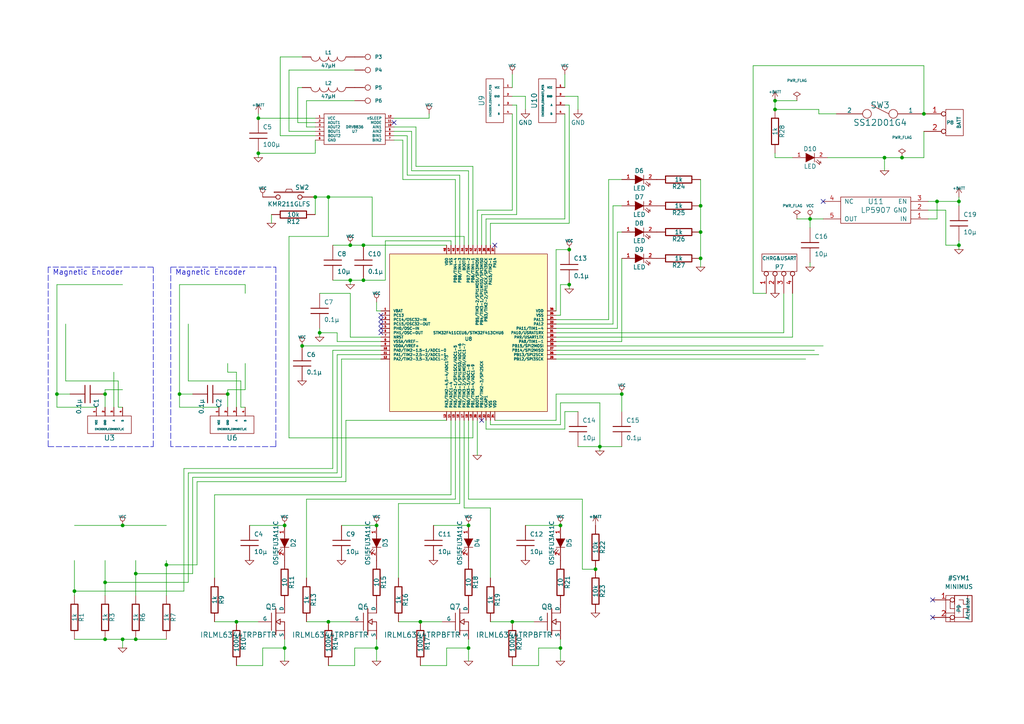
<source format=kicad_sch>
(kicad_sch (version 20231120) (generator "eeschema") (generator_version "8.0")
  (paper "A4")
  (junction (at 278.13 58.42))
  (junction (at 74.93 44.45))
  (junction (at 172.72 165.1))
  (junction (at 39.37 185.42))
  (junction (at 135.89 187.96))
  (junction (at 121.92 180.34))
  (junction (at 105.41 81.28))
  (junction (at 35.56 152.4))
  (junction (at 68.58 180.34))
  (junction (at 105.41 71.12))
  (junction (at 203.2 59.69))
  (junction (at 165.1 82.55))
  (junction (at 87.63 100.33))
  (junction (at 92.71 96.52))
  (junction (at 162.56 152.4))
  (junction (at 234.95 63.5))
  (junction (at 271.78 58.42))
  (junction (at 267.97 33.02))
  (junction (at 82.55 152.4))
  (junction (at 135.89 152.4))
  (junction (at 261.62 45.72))
  (junction (at 180.34 114.3))
  (junction (at 35.56 185.42))
  (junction (at 66.04 114.3))
  (junction (at 95.25 57.15))
  (junction (at 256.54 45.72))
  (junction (at 101.6 81.28))
  (junction (at 52.07 114.3))
  (junction (at 39.37 166.37))
  (junction (at 48.26 163.83))
  (junction (at 95.25 180.34))
  (junction (at 224.79 29.21))
  (junction (at 91.44 57.15))
  (junction (at 30.48 185.42))
  (junction (at 148.59 180.34))
  (junction (at 30.48 168.91))
  (junction (at 203.2 74.93))
  (junction (at 74.93 34.29))
  (junction (at 165.1 72.39))
  (junction (at 224.79 31.75))
  (junction (at 30.48 114.3))
  (junction (at 109.22 187.96))
  (junction (at 162.56 187.96))
  (junction (at 101.6 71.12))
  (junction (at 278.13 71.12))
  (junction (at 203.2 67.31))
  (junction (at 109.22 152.4))
  (junction (at 21.59 171.45))
  (junction (at 82.55 187.96))
  (junction (at 173.99 129.54))
  (junction (at 16.51 114.3))
  (no_connect (at 270.51 173.99))
  (no_connect (at 110.49 92.71))
  (no_connect (at 110.49 91.44))
  (no_connect (at 143.51 71.12))
  (no_connect (at 139.7 121.92))
  (no_connect (at 270.51 179.07))
  (no_connect (at 110.49 93.98))
  (no_connect (at 110.49 96.52))
  (no_connect (at 238.76 58.42))
  (no_connect (at 110.49 95.25))
  (no_connect (at 114.3 35.56))
  (wire (pts (xy 118.11 50.8) (xy 118.11 39.37)))
  (wire (pts (xy 95.25 180.34) (xy 101.6 180.34)))
  (wire (pts (xy 35.56 185.42) (xy 35.56 187.96)))
  (wire (pts (xy 161.29 114.3) (xy 180.34 114.3)))
  (wire (pts (xy 234.95 77.47) (xy 234.95 76.2)))
  (wire (pts (xy 74.93 45.72) (xy 74.93 44.45)))
  (wire (pts (xy 234.95 63.5) (xy 238.76 63.5)))
  (wire (pts (xy 91.44 36.83) (xy 88.9 36.83)))
  (wire (pts (xy 125.73 152.4) (xy 135.89 152.4)))
  (wire (pts (xy 137.16 127) (xy 83.82 127)))
  (wire (pts (xy 271.78 63.5) (xy 271.78 58.42)))
  (wire (pts (xy 162.56 187.96) (xy 162.56 191.77)))
  (wire (pts (xy 163.83 119.38) (xy 163.83 124.46)))
  (wire (pts (xy 269.24 58.42) (xy 271.78 58.42)))
  (wire (pts (xy 62.23 143.51) (xy 62.23 167.64)))
  (wire (pts (xy 269.24 63.5) (xy 271.78 63.5)))
  (wire (pts (xy 142.24 123.19) (xy 142.24 121.92)))
  (wire (pts (xy 173.99 129.54) (xy 180.34 129.54)))
  (wire (pts (xy 83.82 68.58) (xy 95.25 68.58)))
  (wire (pts (xy 133.35 146.05) (xy 115.57 146.05)))
  (wire (pts (xy 180.34 114.3) (xy 180.34 119.38)))
  (wire (pts (xy 149.86 30.48) (xy 149.86 62.23)))
  (wire (pts (xy 142.24 64.77) (xy 165.1 64.77)))
  (wire (pts (xy 66.04 114.3) (xy 66.04 118.11)))
  (wire (pts (xy 88.9 167.64) (xy 88.9 144.78)))
  (wire (pts (xy 132.08 52.07) (xy 132.08 71.12)))
  (wire (pts (xy 161.29 92.71) (xy 176.53 92.71)))
  (wire (pts (xy 142.24 167.64) (xy 142.24 147.32)))
  (wire (pts (xy 52.07 82.55) (xy 52.07 114.3)))
  (wire (pts (xy 16.51 82.55) (xy 35.56 82.55)))
  (wire (pts (xy 52.07 118.11) (xy 63.5 118.11)))
  (wire (pts (xy 168.91 165.1) (xy 172.72 165.1)))
  (wire (pts (xy 121.92 180.34) (xy 128.27 180.34)))
  (wire (pts (xy 99.06 152.4) (xy 109.22 152.4)))
  (wire (pts (xy 203.2 74.93) (xy 203.2 77.47)))
  (wire (pts (xy 173.99 116.84) (xy 162.56 116.84)))
  (wire (pts (xy 142.24 180.34) (xy 148.59 180.34)))
  (wire (pts (xy 142.24 147.32) (xy 134.62 147.32)))
  (wire (pts (xy 54.61 137.16) (xy 97.79 137.16)))
  (wire (pts (xy 54.61 168.91) (xy 54.61 137.16)))
  (wire (pts (xy 267.97 33.02) (xy 267.97 19.05)))
  (wire (pts (xy 224.79 29.21) (xy 224.79 31.75)))
  (wire (pts (xy 163.83 27.94) (xy 167.64 27.94)))
  (wire (pts (xy 278.13 57.15) (xy 278.13 58.42)))
  (wire (pts (xy 177.8 93.98) (xy 177.8 59.69)))
  (wire (pts (xy 256.54 45.72) (xy 261.62 45.72)))
  (wire (pts (xy 133.35 50.8) (xy 133.35 71.12)))
  (wire (pts (xy 91.44 44.45) (xy 91.44 40.64)))
  (wire (pts (xy 92.71 85.09) (xy 101.6 85.09)))
  (polyline (pts (xy 80.01 77.47) (xy 80.01 129.54)) (stroke (width 0) (type dash)))
  (wire (pts (xy 261.62 45.72) (xy 267.97 45.72)))
  (wire (pts (xy 129.54 193.04) (xy 121.92 193.04)))
  (wire (pts (xy 88.9 180.34) (xy 95.25 180.34)))
  (wire (pts (xy 138.43 60.96) (xy 148.59 60.96)))
  (wire (pts (xy 107.95 68.58) (xy 134.62 68.58)))
  (wire (pts (xy 116.84 52.07) (xy 132.08 52.07)))
  (wire (pts (xy 105.41 81.28) (xy 111.76 81.28)))
  (wire (pts (xy 163.83 124.46) (xy 140.97 124.46)))
  (wire (pts (xy 114.3 34.29) (xy 124.46 34.29)))
  (wire (pts (xy 120.65 48.26) (xy 137.16 48.26)))
  (wire (pts (xy 30.48 162.56) (xy 30.48 168.91)))
  (wire (pts (xy 233.68 104.14) (xy 161.29 104.14)))
  (wire (pts (xy 16.51 118.11) (xy 27.94 118.11)))
  (wire (pts (xy 203.2 52.07) (xy 203.2 59.69)))
  (wire (pts (xy 267.97 19.05) (xy 218.44 19.05)))
  (wire (pts (xy 101.6 81.28) (xy 101.6 82.55)))
  (wire (pts (xy 132.08 144.78) (xy 132.08 121.92)))
  (wire (pts (xy 148.59 30.48) (xy 149.86 30.48)))
  (wire (pts (xy 35.56 152.4) (xy 48.26 152.4)))
  (wire (pts (xy 120.65 48.26) (xy 120.65 36.83)))
  (wire (pts (xy 129.54 187.96) (xy 129.54 193.04)))
  (wire (pts (xy 149.86 62.23) (xy 139.7 62.23)))
  (wire (pts (xy 74.93 34.29) (xy 74.93 33.02)))
  (wire (pts (xy 177.8 59.69) (xy 180.34 59.69)))
  (wire (pts (xy 82.55 185.42) (xy 82.55 187.96)))
  (wire (pts (xy 140.97 63.5) (xy 140.97 71.12)))
  (wire (pts (xy 179.07 67.31) (xy 180.34 67.31)))
  (wire (pts (xy 82.55 187.96) (xy 76.2 187.96)))
  (wire (pts (xy 69.85 110.49) (xy 69.85 118.11)))
  (wire (pts (xy 238.76 100.33) (xy 161.29 100.33)))
  (wire (pts (xy 91.44 38.1) (xy 83.82 38.1)))
  (wire (pts (xy 278.13 69.85) (xy 278.13 71.12)))
  (wire (pts (xy 16.51 114.3) (xy 16.51 118.11)))
  (wire (pts (xy 118.11 50.8) (xy 133.35 50.8)))
  (wire (pts (xy 96.52 101.6) (xy 110.49 101.6)))
  (wire (pts (xy 57.15 139.7) (xy 57.15 163.83)))
  (wire (pts (xy 102.87 187.96) (xy 109.22 187.96)))
  (wire (pts (xy 30.48 168.91) (xy 30.48 172.72)))
  (wire (pts (xy 88.9 29.21) (xy 102.87 29.21)))
  (wire (pts (xy 111.76 81.28) (xy 111.76 69.85)))
  (wire (pts (xy 97.79 137.16) (xy 97.79 102.87)))
  (wire (pts (xy 163.83 63.5) (xy 163.83 33.02)))
  (wire (pts (xy 62.23 180.34) (xy 68.58 180.34)))
  (wire (pts (xy 101.6 81.28) (xy 105.41 81.28)))
  (wire (pts (xy 240.03 45.72) (xy 256.54 45.72)))
  (wire (pts (xy 52.07 114.3) (xy 52.07 118.11)))
  (wire (pts (xy 74.93 34.29) (xy 91.44 34.29)))
  (wire (pts (xy 111.76 69.85) (xy 130.81 69.85)))
  (polyline (pts (xy 13.97 129.54) (xy 44.45 129.54)) (stroke (width 0) (type dash)))
  (wire (pts (xy 135.89 49.53) (xy 119.38 49.53)))
  (wire (pts (xy 68.58 118.11) (xy 68.58 107.95)))
  (wire (pts (xy 97.79 99.06) (xy 97.79 96.52)))
  (wire (pts (xy 34.29 110.49) (xy 34.29 118.11)))
  (wire (pts (xy 130.81 69.85) (xy 130.81 71.12)))
  (wire (pts (xy 55.88 166.37) (xy 39.37 166.37)))
  (wire (pts (xy 71.12 82.55) (xy 71.12 85.09)))
  (wire (pts (xy 86.36 25.4) (xy 86.36 35.56)))
  (wire (pts (xy 21.59 162.56) (xy 21.59 171.45)))
  (polyline (pts (xy 13.97 77.47) (xy 13.97 129.54)) (stroke (width 0) (type dash)))
  (wire (pts (xy 110.49 90.17) (xy 109.22 90.17)))
  (wire (pts (xy 115.57 146.05) (xy 115.57 167.64)))
  (wire (pts (xy 48.26 162.56) (xy 48.26 163.83)))
  (wire (pts (xy 224.79 29.21) (xy 231.14 29.21)))
  (wire (pts (xy 116.84 52.07) (xy 116.84 40.64)))
  (wire (pts (xy 119.38 38.1) (xy 114.3 38.1)))
  (wire (pts (xy 148.59 180.34) (xy 154.94 180.34)))
  (wire (pts (xy 135.89 144.78) (xy 135.89 121.92)))
  (wire (pts (xy 278.13 71.12) (xy 278.13 72.39)))
  (wire (pts (xy 54.61 110.49) (xy 69.85 110.49)))
  (wire (pts (xy 101.6 85.09) (xy 101.6 97.79)))
  (polyline (pts (xy 80.01 129.54) (xy 49.53 129.54)) (stroke (width 0) (type dash)))
  (wire (pts (xy 162.56 82.55) (xy 162.56 91.44)))
  (wire (pts (xy 52.07 82.55) (xy 71.12 82.55)))
  (wire (pts (xy 124.46 34.29) (xy 124.46 33.02)))
  (wire (pts (xy 237.49 102.87) (xy 161.29 102.87)))
  (wire (pts (xy 138.43 121.92) (xy 138.43 132.08)))
  (wire (pts (xy 167.64 27.94) (xy 167.64 31.75)))
  (wire (pts (xy 176.53 92.71) (xy 176.53 52.07)))
  (wire (pts (xy 168.91 144.78) (xy 135.89 144.78)))
  (wire (pts (xy 148.59 60.96) (xy 148.59 33.02)))
  (wire (pts (xy 130.81 143.51) (xy 130.81 121.92)))
  (wire (pts (xy 163.83 21.59) (xy 163.83 25.4)))
  (wire (pts (xy 130.81 143.51) (xy 62.23 143.51)))
  (wire (pts (xy 142.24 64.77) (xy 142.24 71.12)))
  (wire (pts (xy 48.26 163.83) (xy 48.26 172.72)))
  (wire (pts (xy 83.82 38.1) (xy 83.82 20.32)))
  (wire (pts (xy 274.32 60.96) (xy 274.32 71.12)))
  (wire (pts (xy 162.56 185.42) (xy 162.56 187.96)))
  (wire (pts (xy 96.52 71.12) (xy 101.6 71.12)))
  (wire (pts (xy 55.88 114.3) (xy 52.07 114.3)))
  (wire (pts (xy 120.65 36.83) (xy 114.3 36.83)))
  (wire (pts (xy 234.95 66.04) (xy 234.95 63.5)))
  (wire (pts (xy 30.48 185.42) (xy 35.56 185.42)))
  (wire (pts (xy 21.59 185.42) (xy 30.48 185.42)))
  (wire (pts (xy 218.44 19.05) (xy 218.44 85.09)))
  (wire (pts (xy 179.07 95.25) (xy 179.07 67.31)))
  (wire (pts (xy 152.4 27.94) (xy 152.4 31.75)))
  (wire (pts (xy 140.97 124.46) (xy 140.97 121.92)))
  (wire (pts (xy 83.82 127) (xy 83.82 68.58)))
  (wire (pts (xy 39.37 166.37) (xy 39.37 172.72)))
  (wire (pts (xy 20.32 114.3) (xy 16.51 114.3)))
  (wire (pts (xy 161.29 72.39) (xy 165.1 72.39)))
  (wire (pts (xy 30.48 114.3) (xy 30.48 118.11)))
  (wire (pts (xy 97.79 96.52) (xy 92.71 96.52)))
  (wire (pts (xy 165.1 64.77) (xy 165.1 30.48)))
  (wire (pts (xy 55.88 138.43) (xy 55.88 166.37)))
  (polyline (pts (xy 49.53 77.47) (xy 80.01 77.47)) (stroke (width 0) (type dash)))
  (wire (pts (xy 88.9 36.83) (xy 88.9 29.21)))
  (wire (pts (xy 83.82 20.32) (xy 102.87 20.32)))
  (wire (pts (xy 278.13 58.42) (xy 278.13 59.69)))
  (wire (pts (xy 53.34 135.89) (xy 53.34 171.45)))
  (wire (pts (xy 135.89 187.96) (xy 129.54 187.96)))
  (wire (pts (xy 135.89 185.42) (xy 135.89 187.96)))
  (wire (pts (xy 76.2 187.96) (xy 76.2 193.04)))
  (wire (pts (xy 30.48 168.91) (xy 54.61 168.91)))
  (wire (pts (xy 115.57 180.34) (xy 121.92 180.34)))
  (wire (pts (xy 66.04 107.95) (xy 66.04 105.41)))
  (wire (pts (xy 137.16 48.26) (xy 137.16 71.12)))
  (wire (pts (xy 152.4 152.4) (xy 162.56 152.4)))
  (wire (pts (xy 39.37 162.56) (xy 39.37 166.37)))
  (wire (pts (xy 167.64 129.54) (xy 173.99 129.54)))
  (wire (pts (xy 167.64 119.38) (xy 163.83 119.38)))
  (wire (pts (xy 162.56 116.84) (xy 162.56 123.19)))
  (wire (pts (xy 33.02 118.11) (xy 33.02 107.95)))
  (wire (pts (xy 81.28 16.51) (xy 87.63 16.51)))
  (wire (pts (xy 135.89 187.96) (xy 135.89 191.77)))
  (wire (pts (xy 96.52 135.89) (xy 96.52 101.6)))
  (wire (pts (xy 19.05 93.98) (xy 19.05 110.49)))
  (wire (pts (xy 165.1 82.55) (xy 165.1 83.82)))
  (wire (pts (xy 78.74 62.23) (xy 78.74 64.77)))
  (wire (pts (xy 227.33 85.09) (xy 227.33 96.52)))
  (wire (pts (xy 68.58 107.95) (xy 66.04 107.95)))
  (wire (pts (xy 91.44 39.37) (xy 81.28 39.37)))
  (wire (pts (xy 81.28 39.37) (xy 81.28 16.51)))
  (wire (pts (xy 237.49 31.75) (xy 237.49 33.02)))
  (wire (pts (xy 92.71 95.25) (xy 92.71 96.52)))
  (wire (pts (xy 134.62 147.32) (xy 134.62 121.92)))
  (wire (pts (xy 148.59 27.94) (xy 152.4 27.94)))
  (wire (pts (xy 100.33 139.7) (xy 100.33 121.92)))
  (wire (pts (xy 19.05 110.49) (xy 34.29 110.49)))
  (wire (pts (xy 271.78 58.42) (xy 278.13 58.42)))
  (wire (pts (xy 21.59 171.45) (xy 21.59 172.72)))
  (wire (pts (xy 99.06 104.14) (xy 110.49 104.14)))
  (wire (pts (xy 101.6 71.12) (xy 105.41 71.12)))
  (wire (pts (xy 91.44 57.15) (xy 91.44 62.23)))
  (wire (pts (xy 133.35 121.92) (xy 133.35 146.05)))
  (wire (pts (xy 156.21 193.04) (xy 148.59 193.04)))
  (wire (pts (xy 102.87 193.04) (xy 95.25 193.04)))
  (wire (pts (xy 55.88 138.43) (xy 99.06 138.43)))
  (wire (pts (xy 156.21 187.96) (xy 156.21 193.04)))
  (wire (pts (xy 173.99 116.84) (xy 173.99 129.54)))
  (wire (pts (xy 161.29 95.25) (xy 179.07 95.25)))
  (wire (pts (xy 105.41 71.12) (xy 129.54 71.12)))
  (wire (pts (xy 156.21 187.96) (xy 162.56 187.96)))
  (wire (pts (xy 180.34 99.06) (xy 161.29 99.06)))
  (wire (pts (xy 173.99 129.54) (xy 173.99 130.81)))
  (wire (pts (xy 256.54 45.72) (xy 256.54 49.53)))
  (wire (pts (xy 95.25 57.15) (xy 107.95 57.15)))
  (wire (pts (xy 227.33 96.52) (xy 161.29 96.52)))
  (polyline (pts (xy 49.53 129.54) (xy 49.53 77.47)) (stroke (width 0) (type dash)))
  (wire (pts (xy 161.29 93.98) (xy 177.8 93.98)))
  (wire (pts (xy 269.24 60.96) (xy 274.32 60.96)))
  (wire (pts (xy 97.79 99.06) (xy 110.49 99.06)))
  (wire (pts (xy 99.06 138.43) (xy 99.06 104.14)))
  (wire (pts (xy 231.14 63.5) (xy 234.95 63.5)))
  (wire (pts (xy 118.11 39.37) (xy 114.3 39.37)))
  (wire (pts (xy 135.89 71.12) (xy 135.89 49.53)))
  (wire (pts (xy 237.49 33.02) (xy 242.57 33.02)))
  (wire (pts (xy 224.79 44.45) (xy 224.79 45.72)))
  (wire (pts (xy 100.33 121.92) (xy 129.54 121.92)))
  (wire (pts (xy 54.61 93.98) (xy 54.61 110.49)))
  (wire (pts (xy 35.56 185.42) (xy 39.37 185.42)))
  (wire (pts (xy 109.22 185.42) (xy 109.22 187.96)))
  (wire (pts (xy 68.58 180.34) (xy 74.93 180.34)))
  (wire (pts (xy 161.29 97.79) (xy 229.87 97.79)))
  (wire (pts (xy 101.6 97.79) (xy 110.49 97.79)))
  (wire (pts (xy 236.22 101.6) (xy 161.29 101.6)))
  (wire (pts (xy 71.12 113.03) (xy 66.04 113.03)))
  (wire (pts (xy 218.44 85.09) (xy 222.25 85.09)))
  (wire (pts (xy 82.55 187.96) (xy 82.55 191.77)))
  (wire (pts (xy 72.39 152.4) (xy 82.55 152.4)))
  (wire (pts (xy 140.97 63.5) (xy 163.83 63.5)))
  (wire (pts (xy 161.29 121.92) (xy 161.29 114.3)))
  (wire (pts (xy 16.51 82.55) (xy 16.51 114.3)))
  (wire (pts (xy 224.79 31.75) (xy 237.49 31.75)))
  (wire (pts (xy 229.87 97.79) (xy 229.87 85.09)))
  (wire (pts (xy 162.56 123.19) (xy 142.24 123.19)))
  (wire (pts (xy 110.49 100.33) (xy 87.63 100.33)))
  (wire (pts (xy 224.79 45.72) (xy 229.87 45.72)))
  (wire (pts (xy 53.34 171.45) (xy 21.59 171.45)))
  (wire (pts (xy 274.32 71.12) (xy 278.13 71.12)))
  (wire (pts (xy 21.59 152.4) (xy 35.56 152.4)))
  (wire (pts (xy 109.22 90.17) (xy 109.22 87.63)))
  (wire (pts (xy 107.95 57.15) (xy 107.95 68.58)))
  (wire (pts (xy 95.25 57.15) (xy 95.25 68.58)))
  (wire (pts (xy 203.2 67.31) (xy 203.2 74.93)))
  (wire (pts (xy 102.87 187.96) (xy 102.87 193.04)))
  (wire (pts (xy 30.48 113.03) (xy 30.48 114.3)))
  (wire (pts (xy 180.34 74.93) (xy 180.34 99.06)))
  (wire (pts (xy 92.71 96.52) (xy 92.71 97.79)))
  (wire (pts (xy 66.04 113.03) (xy 66.04 114.3)))
  (wire (pts (xy 69.85 118.11) (xy 71.12 118.11)))
  (wire (pts (xy 109.22 187.96) (xy 109.22 191.77)))
  (wire (pts (xy 134.62 68.58) (xy 134.62 71.12)))
  (wire (pts (xy 39.37 185.42) (xy 48.26 185.42)))
  (wire (pts (xy 34.29 118.11) (xy 35.56 118.11)))
  (wire (pts (xy 116.84 40.64) (xy 114.3 40.64)))
  (wire (pts (xy 91.44 57.15) (xy 95.25 57.15)))
  (wire (pts (xy 74.93 44.45) (xy 91.44 44.45)))
  (wire (pts (xy 168.91 165.1) (xy 168.91 144.78)))
  (wire (pts (xy 87.63 25.4) (xy 86.36 25.4)))
  (wire (pts (xy 97.79 102.87) (xy 110.49 102.87)))
  (wire (pts (xy 71.12 105.41) (xy 71.12 113.03)))
  (wire (pts (xy 203.2 59.69) (xy 203.2 67.31)))
  (wire (pts (xy 57.15 163.83) (xy 48.26 163.83)))
  (polyline (pts (xy 44.45 77.47) (xy 13.97 77.47)) (stroke (width 0) (type dash)))
  (wire (pts (xy 161.29 90.17) (xy 161.29 72.39)))
  (wire (pts (xy 86.36 35.56) (xy 91.44 35.56)))
  (wire (pts (xy 137.16 127) (xy 137.16 121.92)))
  (wire (pts (xy 76.2 193.04) (xy 68.58 193.04)))
  (wire (pts (xy 88.9 144.78) (xy 132.08 144.78)))
  (wire (pts (xy 57.15 139.7) (xy 100.33 139.7)))
  (wire (pts (xy 162.56 82.55) (xy 165.1 82.55)))
  (wire (pts (xy 53.34 135.89) (xy 96.52 135.89)))
  (wire (pts (xy 148.59 21.59) (xy 148.59 25.4)))
  (wire (pts (xy 267.97 45.72) (xy 267.97 38.1)))
  (wire (pts (xy 35.56 113.03) (xy 30.48 113.03)))
  (wire (pts (xy 165.1 30.48) (xy 163.83 30.48)))
  (wire (pts (xy 96.52 81.28) (xy 101.6 81.28)))
  (wire (pts (xy 162.56 91.44) (xy 161.29 91.44)))
  (wire (pts (xy 139.7 71.12) (xy 139.7 62.23)))
  (polyline (pts (xy 44.45 129.54) (xy 44.45 77.47)) (stroke (width 0) (type dash)))
  (wire (pts (xy 176.53 52.07) (xy 180.34 52.07)))
  (wire (pts (xy 119.38 49.53) (xy 119.38 38.1)))
  (wire (pts (xy 143.51 121.92) (xy 161.29 121.92)))
  (wire (pts (xy 138.43 60.96) (xy 138.43 71.12)))
  (text "Magnetic Encoder" (at 50.8 80.01 0) (effects (font (size 1.524 1.524)) (justify left bottom)))
  (text "Magnetic Encoder" (at 15.24 80.01 0) (effects (font (size 1.524 1.524)) (justify left bottom)))
  (symbol (lib_id "Zirconia-rescue:R-RESCUE-Fantom") (at 21.59 179.07 0) (unit 1)
    (property "Reference" "R1" (at 23.622 179.07 90))
    (property "Value" "1k" (at 21.59 179.07 90))
    (property "Footprint" "Zirconia:chip1608" (effects (hide yes)))
  )
  (symbol (lib_id "Zirconia-rescue:GND-RESCUE-Fantom") (at 78.74 64.77 0) (unit 1)
    (property "Reference" "#PWR7" (effects (hide yes)))
    (property "Value" "GND" (effects (hide yes)))
  )
  (symbol (lib_id "Zirconia-rescue:R-RESCUE-Fantom") (at 95.25 186.69 0) (unit 1)
    (property "Reference" "R14" (at 97.282 186.69 90))
    (property "Value" "100k" (at 95.25 186.69 90))
    (property "Footprint" "Zirconia:chip1608" (effects (hide yes)))
  )
  (symbol (lib_id "Zirconia-rescue:GND-RESCUE-Fantom") (at 74.93 45.72 0) (unit 1)
    (property "Reference" "#PWR5" (effects (hide yes)))
    (property "Value" "GND" (effects (hide yes)))
  )
  (symbol (lib_id "Zirconia-rescue:GND-RESCUE-Fantom") (at 278.13 72.39 0) (unit 1)
    (property "Reference" "#PWR50" (effects (hide yes)))
    (property "Value" "GND" (effects (hide yes)))
  )
  (symbol (lib_id "Zirconia-rescue:LED-RESCUE-Fantom") (at 185.42 52.07 0) (unit 1)
    (property "Reference" "D6" (at 185.42 49.53 0))
    (property "Value" "LED" (at 185.42 54.61 0))
    (property "Footprint" "Zirconia:chip1608" (effects (hide yes)))
  )
  (symbol (lib_id "Zirconia-rescue:C-RESCUE-Fantom") (at 87.63 105.41 0) (unit 1)
    (property "Reference" "C6" (at 88.9 102.87 0) (effects (justify left)))
    (property "Value" "0.1μ" (at 88.9 107.95 0) (effects (justify left)))
    (property "Footprint" "Zirconia:chip1608" (effects (hide yes)))
  )
  (symbol (lib_id "Zirconia-rescue:VCC") (at 165.1 72.39 0) (unit 1)
    (property "Reference" "#PWR30" (effects (hide yes)))
    (property "Value" "VCC" (at 165.1 69.85 0) (effects (font (size 0.762 0.762))))
  )
  (symbol (lib_id "Zirconia-rescue:GND-RESCUE-Fantom") (at 92.71 97.79 0) (unit 1)
    (property "Reference" "#PWR12" (effects (hide yes)))
    (property "Value" "GND" (effects (hide yes)))
  )
  (symbol (lib_id "Zirconia-rescue:GND-RESCUE-Fantom") (at 224.79 85.09 0) (unit 1)
    (property "Reference" "#PWR39" (effects (hide yes)))
    (property "Value" "GND" (effects (hide yes)))
  )
  (symbol (lib_id "Zirconia-rescue:GND-RESCUE-Fantom") (at 256.54 49.53 0) (mirror y) (unit 1)
    (property "Reference" "#PWR44" (effects (hide yes)))
    (property "Value" "GND" (effects (hide yes)))
  )
  (symbol (lib_id "Zirconia-rescue:PWR_FLAG") (at 231.14 63.5 0) (unit 1)
    (property "Reference" "#FLG2" (effects (hide yes)))
    (property "Value" "PWR_FLAG" (at 229.87 59.69 0) (effects (font (size 0.762 0.762))))
  )
  (symbol (lib_id "Zirconia-rescue:R-RESCUE-Fantom") (at 142.24 173.99 0) (unit 1)
    (property "Reference" "R19" (at 144.272 173.99 90))
    (property "Value" "1k" (at 142.24 173.99 90))
    (property "Footprint" "Zirconia:chip1608" (effects (hide yes)))
  )
  (symbol (lib_id "Zirconia-rescue:C-RESCUE-Fantom") (at 278.13 64.77 0) (unit 1)
    (property "Reference" "C19" (at 279.4 62.23 0) (effects (justify left)))
    (property "Value" "10μ" (at 279.4 67.31 0) (effects (justify left)))
    (property "Footprint" "Zirconia:chip1608" (effects (hide yes)))
  )
  (symbol (lib_id "Zirconia-rescue:R-RESCUE-Fantom") (at 39.37 179.07 0) (unit 1)
    (property "Reference" "R6" (at 41.402 179.07 90))
    (property "Value" "1k" (at 39.37 179.07 90))
    (property "Footprint" "Zirconia:chip1608" (effects (hide yes)))
  )
  (symbol (lib_id "Zirconia-rescue:INDUCTOR") (at 95.25 16.51 270) (unit 1)
    (property "Reference" "L1" (at 95.25 15.24 90) (effects (font (size 1.016 1.016))))
    (property "Value" "47μH" (at 95.25 19.05 90) (effects (font (size 1.016 1.016))))
    (property "Footprint" "Zirconia:Inductor" (effects (hide yes)))
  )
  (symbol (lib_id "Zirconia-rescue:SPST") (at 255.27 33.02 0) (mirror y) (unit 1)
    (property "Reference" "SW3" (at 255.27 30.48 0) (effects (font (size 1.778 1.778))))
    (property "Value" "SS12D01G4" (at 255.27 35.56 0) (effects (font (size 1.778 1.778))))
    (property "Footprint" "Zirconia:SS12D01G4" (effects (hide yes)))
  )
  (symbol (lib_id "Zirconia-rescue:GND-RESCUE-Fantom") (at 138.43 132.08 0) (unit 1)
    (property "Reference" "#PWR23" (effects (hide yes)))
    (property "Value" "GND" (effects (hide yes)))
  )
  (symbol (lib_id "Zirconia-rescue:GND-RESCUE-Fantom") (at 72.39 162.56 0) (unit 1)
    (property "Reference" "#PWR3" (effects (hide yes)))
    (property "Value" "GND" (effects (hide yes)))
  )
  (symbol (lib_id "Zirconia-rescue:VCC") (at 135.89 152.4 0) (unit 1)
    (property "Reference" "#PWR21" (effects (hide yes)))
    (property "Value" "VCC" (at 135.89 149.86 0) (effects (font (size 0.762 0.762))))
  )
  (symbol (lib_id "Zirconia-rescue:VCC") (at 76.2 57.15 0) (unit 1)
    (property "Reference" "#PWR6" (effects (hide yes)))
    (property "Value" "VCC" (at 76.2 54.61 0) (effects (font (size 0.762 0.762))))
  )
  (symbol (lib_id "Zirconia-rescue:GND-RESCUE-Fantom") (at 172.72 177.8 0) (unit 1)
    (property "Reference" "#PWR34" (effects (hide yes)))
    (property "Value" "GND" (effects (hide yes)))
  )
  (symbol (lib_id "Zirconia-rescue:GND") (at 167.64 31.75 0) (unit 1)
    (property "Reference" "#PWR32" (effects (hide yes)))
    (property "Value" "GND" (at 167.64 35.56 0))
  )
  (symbol (lib_id "Zirconia-rescue:MOSFET_N") (at 106.68 180.34 0) (unit 1)
    (property "Reference" "Q6" (at 106.934 176.022 0) (effects (font (size 1.524 1.524)) (justify right)))
    (property "Value" "IRLML6344TRPBFTR" (at 106.934 184.15 0) (effects (font (size 1.524 1.524)) (justify right)))
    (property "Footprint" "Zirconia:IRLML6344TRPbF" (effects (hide yes)))
  )
  (symbol (lib_id "Zirconia-rescue:GND-RESCUE-Fantom") (at 87.63 110.49 0) (unit 1)
    (property "Reference" "#PWR11" (effects (hide yes)))
    (property "Value" "GND" (effects (hide yes)))
  )
  (symbol (lib_id "Zirconia-rescue:C-RESCUE-Fantom") (at 72.39 157.48 0) (unit 1)
    (property "Reference" "C4" (at 73.66 154.94 0) (effects (justify left)))
    (property "Value" "10μ" (at 73.66 160.02 0) (effects (justify left)))
    (property "Footprint" "Zirconia:chip1608" (effects (hide yes)))
  )
  (symbol (lib_id "Zirconia-rescue:LP5907") (at 254 60.96 180) (unit 1)
    (property "Reference" "U11" (at 254 58.42 0) (effects (font (size 1.524 1.524))))
    (property "Value" "LP5907" (at 254 60.96 0) (effects (font (size 1.524 1.524))))
    (property "Footprint" "Zirconia:SOT23" (effects (hide yes)))
  )
  (symbol (lib_id "Zirconia-rescue:VCC") (at 101.6 71.12 0) (unit 1)
    (property "Reference" "#PWR14" (effects (hide yes)))
    (property "Value" "VCC" (at 101.6 68.58 0) (effects (font (size 0.762 0.762))))
  )
  (symbol (lib_id "Zirconia-rescue:R-RESCUE-Fantom") (at 88.9 173.99 0) (unit 1)
    (property "Reference" "R13" (at 90.932 173.99 90))
    (property "Value" "1k" (at 88.9 173.99 90))
    (property "Footprint" "Zirconia:chip1608" (effects (hide yes)))
  )
  (symbol (lib_id "Zirconia-rescue:R-RESCUE-Fantom") (at 148.59 186.69 0) (unit 1)
    (property "Reference" "R20" (at 150.622 186.69 90))
    (property "Value" "100k" (at 148.59 186.69 90))
    (property "Footprint" "Zirconia:chip1608" (effects (hide yes)))
  )
  (symbol (lib_id "Zirconia-rescue:C-RESCUE-Fantom") (at 92.71 90.17 0) (unit 1)
    (property "Reference" "C7" (at 93.98 87.63 0) (effects (justify left)))
    (property "Value" "0.1μ" (at 93.98 92.71 0) (effects (justify left)))
    (property "Footprint" "Zirconia:chip1608" (effects (hide yes)))
  )
  (symbol (lib_id "Zirconia-rescue:VCC") (at 124.46 33.02 0) (unit 1)
    (property "Reference" "#PWR19" (effects (hide yes)))
    (property "Value" "VCC" (at 124.46 30.48 0) (effects (font (size 0.762 0.762))))
  )
  (symbol (lib_id "Zirconia-rescue:C-RESCUE-Fantom") (at 25.4 114.3 270) (unit 1)
    (property "Reference" "C1" (at 27.94 115.57 0) (effects (justify left)))
    (property "Value" "0.1μ" (at 22.86 115.57 0) (effects (justify left)))
    (property "Footprint" "Zirconia:chip1608" (effects (hide yes)))
  )
  (symbol (lib_id "Zirconia-rescue:R-RESCUE-Fantom") (at 48.26 179.07 0) (unit 1)
    (property "Reference" "R7" (at 50.292 179.07 90))
    (property "Value" "1k" (at 48.26 179.07 90))
    (property "Footprint" "Zirconia:chip1608" (effects (hide yes)))
  )
  (symbol (lib_id "Zirconia-rescue:GND-RESCUE-Fantom") (at 135.89 191.77 0) (unit 1)
    (property "Reference" "#PWR22" (effects (hide yes)))
    (property "Value" "GND" (effects (hide yes)))
  )
  (symbol (lib_id "Zirconia-rescue:C-RESCUE-Fantom") (at 60.96 114.3 270) (unit 1)
    (property "Reference" "C2" (at 63.5 115.57 0) (effects (justify left)))
    (property "Value" "0.1μ" (at 58.42 115.57 0) (effects (justify left)))
    (property "Footprint" "Zirconia:chip1608" (effects (hide yes)))
  )
  (symbol (lib_id "Zirconia-rescue:C-RESCUE-Fantom") (at 125.73 157.48 0) (unit 1)
    (property "Reference" "C11" (at 127 154.94 0) (effects (justify left)))
    (property "Value" "10μ" (at 127 160.02 0) (effects (justify left)))
    (property "Footprint" "Zirconia:chip1608" (effects (hide yes)))
  )
  (symbol (lib_id "Zirconia-rescue:R-RESCUE-Fantom") (at 224.79 38.1 0) (mirror x) (unit 1)
    (property "Reference" "R28" (at 226.822 38.1 90))
    (property "Value" "1k" (at 224.79 38.1 90))
    (property "Footprint" "Zirconia:chip1608" (effects (hide yes)))
  )
  (symbol (lib_id "Zirconia-rescue:C-RESCUE-Fantom") (at 96.52 76.2 0) (unit 1)
    (property "Reference" "C8" (at 97.79 73.66 0) (effects (justify left)))
    (property "Value" "10μ" (at 97.79 78.74 0) (effects (justify left)))
    (property "Footprint" "Zirconia:chip1608" (effects (hide yes)))
  )
  (symbol (lib_id "Zirconia-rescue:VCC") (at 82.55 152.4 0) (unit 1)
    (property "Reference" "#PWR8" (effects (hide yes)))
    (property "Value" "VCC" (at 82.55 149.86 0) (effects (font (size 0.762 0.762))))
  )
  (symbol (lib_id "Zirconia-rescue:R-RESCUE-Fantom") (at 121.92 186.69 0) (unit 1)
    (property "Reference" "R17" (at 123.952 186.69 90))
    (property "Value" "100k" (at 121.92 186.69 90))
    (property "Footprint" "Zirconia:chip1608" (effects (hide yes)))
  )
  (symbol (lib_id "Zirconia-rescue:CONN_4") (at 226.06 76.2 90) (unit 1)
    (property "Reference" "P7" (at 226.06 77.47 90))
    (property "Value" "CHRG&USART" (at 226.06 74.93 90) (effects (font (size 0.9906 0.9906))))
    (property "Footprint" "Zirconia:SH_4pin" (effects (hide yes)))
  )
  (symbol (lib_id "Zirconia-rescue:INDUCTOR") (at 95.25 25.4 270) (unit 1)
    (property "Reference" "L2" (at 95.25 24.13 90) (effects (font (size 1.016 1.016))))
    (property "Value" "47μH" (at 95.25 27.94 90) (effects (font (size 1.016 1.016))))
    (property "Footprint" "Zirconia:Inductor" (effects (hide yes)))
  )
  (symbol (lib_id "Zirconia-rescue:+BATT") (at 224.79 29.21 0) (unit 1)
    (property "Reference" "#PWR38" (effects (hide yes)))
    (property "Value" "+BATT" (at 224.79 26.67 0) (effects (font (size 0.762 0.762))))
  )
  (symbol (lib_id "Zirconia-rescue:CONN_2") (at 279.4 176.53 0) (unit 1)
    (property "Reference" "P9" (at 278.13 176.53 90) (effects (font (size 1.016 1.016))))
    (property "Value" "Actuator" (at 280.67 176.53 90) (effects (font (size 1.016 1.016))))
    (property "Footprint" "Zirconia:Mot_mount" (effects (hide yes)))
  )
  (symbol (lib_id "Zirconia-rescue:LED-RESCUE-Fantom") (at 82.55 157.48 270) (unit 1)
    (property "Reference" "D2" (at 85.09 157.48 0))
    (property "Value" "OSI5FU3A11C" (at 80.01 157.48 0))
    (property "Footprint" "Zirconia:OSI5FU3A11C" (effects (hide yes)))
  )
  (symbol (lib_id "Zirconia-rescue:GND-RESCUE-Fantom") (at 162.56 191.77 0) (unit 1)
    (property "Reference" "#PWR28" (effects (hide yes)))
    (property "Value" "GND" (effects (hide yes)))
  )
  (symbol (lib_id "Zirconia-rescue:C-RESCUE-Fantom") (at 74.93 39.37 0) (unit 1)
    (property "Reference" "C5" (at 76.2 36.83 0) (effects (justify left)))
    (property "Value" "100μ" (at 76.2 41.91 0) (effects (justify left)))
    (property "Footprint" "Zirconia:chip3216" (effects (hide yes)))
  )
  (symbol (lib_id "Zirconia-rescue:+BATT") (at 278.13 57.15 0) (unit 1)
    (property "Reference" "#PWR49" (effects (hide yes)))
    (property "Value" "+BATT" (at 278.13 54.61 0) (effects (font (size 0.762 0.762))))
  )
  (symbol (lib_id "Zirconia-rescue:VCC") (at 87.63 100.33 0) (unit 1)
    (property "Reference" "#PWR10" (effects (hide yes)))
    (property "Value" "VCC" (at 87.63 97.79 0) (effects (font (size 0.762 0.762))))
  )
  (symbol (lib_id "Zirconia-rescue:R-RESCUE-Fantom") (at 196.85 52.07 270) (unit 1)
    (property "Reference" "R24" (at 196.85 54.102 90))
    (property "Value" "1k" (at 196.85 52.07 90))
    (property "Footprint" "Zirconia:chip1608" (effects (hide yes)))
  )
  (symbol (lib_id "Zirconia-rescue:R-RESCUE-Fantom") (at 109.22 168.91 0) (unit 1)
    (property "Reference" "R15" (at 111.252 168.91 90))
    (property "Value" "10" (at 109.22 168.91 90))
    (property "Footprint" "Zirconia:chip1608" (effects (hide yes)))
  )
  (symbol (lib_id "Zirconia-rescue:C-RESCUE-Fantom") (at 234.95 71.12 0) (unit 1)
    (property "Reference" "C16" (at 236.22 68.58 0) (effects (justify left)))
    (property "Value" "10μ" (at 236.22 73.66 0) (effects (justify left)))
    (property "Footprint" "Zirconia:chip1608" (effects (hide yes)))
  )
  (symbol (lib_id "Zirconia-rescue:LED-RESCUE-Fantom") (at 109.22 157.48 270) (unit 1)
    (property "Reference" "D3" (at 111.76 157.48 0))
    (property "Value" "OSI5FU3A11C" (at 106.68 157.48 0))
    (property "Footprint" "Zirconia:OSI5FU3A11C" (effects (hide yes)))
  )
  (symbol (lib_id "Zirconia-rescue:VCC") (at 35.56 152.4 0) (unit 1)
    (property "Reference" "#PWR1" (effects (hide yes)))
    (property "Value" "VCC" (at 35.56 149.86 0) (effects (font (size 0.762 0.762))))
  )
  (symbol (lib_id "Zirconia-rescue:VCC") (at 109.22 152.4 0) (unit 1)
    (property "Reference" "#PWR17" (effects (hide yes)))
    (property "Value" "VCC" (at 109.22 149.86 0) (effects (font (size 0.762 0.762))))
  )
  (symbol (lib_id "Zirconia-rescue:C-RESCUE-Fantom") (at 99.06 157.48 0) (unit 1)
    (property "Reference" "C9" (at 100.33 154.94 0) (effects (justify left)))
    (property "Value" "10μ" (at 100.33 160.02 0) (effects (justify left)))
    (property "Footprint" "Zirconia:chip1608" (effects (hide yes)))
  )
  (symbol (lib_id "Zirconia-rescue:LED-RESCUE-Fantom") (at 234.95 45.72 0) (unit 1)
    (property "Reference" "D10" (at 234.95 43.18 0))
    (property "Value" "LED" (at 234.95 48.26 0))
    (property "Footprint" "Zirconia:chip1608" (effects (hide yes)))
  )
  (symbol (lib_id "Zirconia-rescue:LED-RESCUE-Fantom") (at 185.42 59.69 0) (unit 1)
    (property "Reference" "D7" (at 185.42 57.15 0))
    (property "Value" "LED" (at 185.42 62.23 0))
    (property "Footprint" "Zirconia:chip1608" (effects (hide yes)))
  )
  (symbol (lib_id "Zirconia-rescue:VCC") (at 163.83 21.59 0) (unit 1)
    (property "Reference" "#PWR29" (effects (hide yes)))
    (property "Value" "VCC" (at 163.83 19.05 0) (effects (font (size 0.762 0.762))))
  )
  (symbol (lib_id "Zirconia-rescue:C-RESCUE-Fantom") (at 152.4 157.48 0) (unit 1)
    (property "Reference" "C12" (at 153.67 154.94 0) (effects (justify left)))
    (property "Value" "10μ" (at 153.67 160.02 0) (effects (justify left)))
    (property "Footprint" "Zirconia:chip1608" (effects (hide yes)))
  )
  (symbol (lib_id "Zirconia-rescue:R-RESCUE-Fantom") (at 196.85 74.93 270) (unit 1)
    (property "Reference" "R27" (at 196.85 76.962 90))
    (property "Value" "1k" (at 196.85 74.93 90))
    (property "Footprint" "Zirconia:chip1608" (effects (hide yes)))
  )
  (symbol (lib_id "Zirconia-rescue:LED-RESCUE-Fantom") (at 135.89 157.48 270) (unit 1)
    (property "Reference" "D4" (at 138.43 157.48 0))
    (property "Value" "OSI5FU3A11C" (at 133.35 157.48 0))
    (property "Footprint" "Zirconia:OSI5FU3A11C" (effects (hide yes)))
  )
  (symbol (lib_id "Zirconia-rescue:PWR_FLAG") (at 261.62 45.72 0) (unit 1)
    (property "Reference" "#FLG3" (effects (hide yes)))
    (property "Value" "PWR_FLAG" (at 261.62 39.878 0) (effects (font (size 0.762 0.762))))
  )
  (symbol (lib_id "Zirconia-rescue:GND-RESCUE-Fantom") (at 99.06 162.56 0) (unit 1)
    (property "Reference" "#PWR13" (effects (hide yes)))
    (property "Value" "GND" (effects (hide yes)))
  )
  (symbol (lib_id "Zirconia-rescue:+BATT") (at 74.93 33.02 0) (unit 1)
    (property "Reference" "#PWR4" (effects (hide yes)))
    (property "Value" "+BATT" (at 74.93 30.48 0) (effects (font (size 0.762 0.762))))
  )
  (symbol (lib_id "Zirconia-rescue:GND-RESCUE-Fantom") (at 203.2 77.47 0) (unit 1)
    (property "Reference" "#PWR37" (effects (hide yes)))
    (property "Value" "GND" (effects (hide yes)))
  )
  (symbol (lib_id "Zirconia-rescue:GND-RESCUE-Fantom") (at 165.1 83.82 0) (unit 1)
    (property "Reference" "#PWR31" (effects (hide yes)))
    (property "Value" "GND" (effects (hide yes)))
  )
  (symbol (lib_id "Zirconia-rescue:VCC") (at 234.95 63.5 0) (unit 1)
    (property "Reference" "#PWR40" (effects (hide yes)))
    (property "Value" "VCC" (at 234.95 59.69 0) (effects (font (size 0.762 0.762))))
  )
  (symbol (lib_id "Zirconia-rescue:GND-RESCUE-Fantom") (at 109.22 191.77 0) (unit 1)
    (property "Reference" "#PWR18" (effects (hide yes)))
    (property "Value" "GND" (effects (hide yes)))
  )
  (symbol (lib_id "Zirconia-rescue:C-RESCUE-Fantom") (at 167.64 124.46 0) (unit 1)
    (property "Reference" "C14" (at 168.91 121.92 0) (effects (justify left)))
    (property "Value" "10μ" (at 168.91 127 0) (effects (justify left)))
    (property "Footprint" "Zirconia:chip1608" (effects (hide yes)))
  )
  (symbol (lib_id "Zirconia-rescue:ENCODER_CONNECT_PCB") (at 142.24 29.21 270) (unit 1)
    (property "Reference" "U9" (at 139.7 29.21 0) (effects (font (size 1.524 1.524))))
    (property "Value" "ENCODER_CONNECT_PCB" (at 142.24 29.21 0) (effects (font (size 0.508 0.508))))
    (property "Footprint" "Zirconia:ENC_CONN_FLAT" (effects (hide yes)))
  )
  (symbol (lib_id "minimus:Minimus Logo") (at 278.13 176.53 0) (unit 1) (in_bom no) (on_board no)
    (property "Reference" "#SYM1" (at 278.13 167.64 0))
    (property "Value" "MINIMUS" (at 278.13 170.18 0))
  )
  (symbol (lib_id "Zirconia-rescue:DRV8836") (at 102.87 36.83 0) (unit 1)
    (property "Reference" "U7" (at 102.87 38.1 0) (effects (font (size 0.762 0.762))))
    (property "Value" "DRV8836" (at 102.87 36.83 0) (effects (font (size 0.762 0.762))))
    (property "Footprint" "Zirconia:DRV8836" (effects (hide yes)))
  )
  (symbol (lib_id "Zirconia-rescue:CONN_1") (at 106.68 20.32 0) (unit 1)
    (property "Reference" "P4" (at 108.712 20.32 0) (effects (font (size 1.016 1.016)) (justify left)))
    (property "Value" "CONN_1" (effects (hide yes)))
    (property "Footprint" "Zirconia:motor_pin" (effects (hide yes)))
  )
  (symbol (lib_id "Zirconia-rescue:R-RESCUE-Fantom") (at 172.72 158.75 0) (unit 1)
    (property "Reference" "R22" (at 174.752 158.75 90))
    (property "Value" "10k" (at 172.72 158.75 90))
    (property "Footprint" "Zirconia:chip1608" (effects (hide yes)))
  )
  (symbol (lib_id "Zirconia-rescue:R-RESCUE-Fantom") (at 162.56 168.91 0) (unit 1)
    (property "Reference" "R21" (at 164.592 168.91 90))
    (property "Value" "10" (at 162.56 168.91 90))
    (property "Footprint" "Zirconia:chip1608" (effects (hide yes)))
  )
  (symbol (lib_id "Zirconia-rescue:STM32F411CEU6") (at 135.89 96.52 0) (unit 1)
    (property "Reference" "U8" (at 135.89 98.298 0) (effects (font (size 1.016 1.016))))
    (property "Value" "STM32F411CEU6/STM32F413CHU6" (at 135.89 96.52 0) (effects (font (size 0.7874 0.7874))))
    (property "Footprint" "Package_QFP:TQFP-48_7x7mm_P0.5mm" (effects (hide yes)))
  )
  (symbol (lib_id "Zirconia-rescue:ENCODER_CONNECT_IC") (at 31.75 124.46 0) (unit 1)
    (property "Reference" "U3" (at 31.75 127 0) (effects (font (size 1.524 1.524))))
    (property "Value" "ENCODER_CONNECT_IC" (at 31.75 124.46 0) (effects (font (size 0.508 0.508))))
    (property "Footprint" "Zirconia:ENC_CONN_VART" (effects (hide yes)))
  )
  (symbol (lib_id "Zirconia-rescue:R-RESCUE-Fantom") (at 30.48 179.07 0) (unit 1)
    (property "Reference" "R3" (at 32.512 179.07 90))
    (property "Value" "1k" (at 30.48 179.07 90))
    (property "Footprint" "Zirconia:chip1608" (effects (hide yes)))
  )
  (symbol (lib_id "Zirconia-rescue:GND-RESCUE-Fantom") (at 173.99 130.81 0) (unit 1)
    (property "Reference" "#PWR35" (effects (hide yes)))
    (property "Value" "GND" (effects (hide yes)))
  )
  (symbol (lib_id "Zirconia-rescue:CONN_2") (at 276.86 35.56 0) (unit 1)
    (property "Reference" "P8" (at 275.59 35.56 0) (effects (font (size 1.016 1.016))))
    (property "Value" "BATT" (at 278.13 35.56 90) (effects (font (size 1.016 1.016))))
    (property "Footprint" "Zirconia:1.5mm_pin2" (effects (hide yes)))
  )
  (symbol (lib_id "Zirconia-rescue:R-RESCUE-Fantom") (at 85.09 62.23 270) (unit 1)
    (property "Reference" "R12" (at 85.09 64.262 90))
    (property "Value" "10k" (at 85.09 62.23 90))
    (property "Footprint" "Zirconia:chip1608" (effects (hide yes)))
  )
  (symbol (lib_id "Zirconia-rescue:MOSFET_N") (at 133.35 180.34 0) (unit 1)
    (property "Reference" "Q7" (at 133.604 176.022 0) (effects (font (size 1.524 1.524)) (justify right)))
    (property "Value" "IRLML6344TRPBFTR" (at 133.604 184.15 0) (effects (font (size 1.524 1.524)) (justify right)))
    (property "Footprint" "Zirconia:IRLML6344TRPbF" (effects (hide yes)))
  )
  (symbol (lib_id "Zirconia-rescue:MOSFET_N") (at 160.02 180.34 0) (unit 1)
    (property "Reference" "Q8" (at 160.274 176.022 0) (effects (font (size 1.524 1.524)) (justify right)))
    (property "Value" "IRLML6344TRPBFTR" (at 160.274 184.15 0) (effects (font (size 1.524 1.524)) (justify right)))
    (property "Footprint" "Zirconia:IRLML6344TRPbF" (effects (hide yes)))
  )
  (symbol (lib_id "Zirconia-rescue:SW_PUSH") (at 83.82 57.15 0) (unit 1)
    (property "Reference" "SW2" (at 87.63 54.356 0))
    (property "Value" "KMR211GLFS" (at 83.82 59.182 0))
    (property "Footprint" "Zirconia:KMR211G" (effects (hide yes)))
  )
  (symbol (lib_id "Zirconia-rescue:ENCODER_CONNECT_PCB") (at 157.48 29.21 270) (unit 1)
    (property "Reference" "U10" (at 154.94 29.21 0) (effects (font (size 1.524 1.524))))
    (property "Value" "ENCODER_CONNECT_PCB" (at 157.48 29.21 0) (effects (font (size 0.508 0.508))))
    (property "Footprint" "Zirconia:ENC_CONN_FLAT" (effects (hide yes)))
  )
  (symbol (lib_id "Zirconia-rescue:LED-RESCUE-Fantom") (at 185.42 67.31 0) (unit 1)
    (property "Reference" "D8" (at 185.42 64.77 0))
    (property "Value" "LED" (at 185.42 69.85 0))
    (property "Footprint" "Zirconia:chip1608" (effects (hide yes)))
  )
  (symbol (lib_id "Zirconia-rescue:PWR_FLAG") (at 231.14 29.21 0) (unit 1)
    (property "Reference" "#FLG1" (effects (hide yes)))
    (property "Value" "PWR_FLAG" (at 231.14 23.368 0) (effects (font (size 0.762 0.762))))
  )
  (symbol (lib_id "Zirconia-rescue:GND-RESCUE-Fantom") (at 125.73 162.56 0) (unit 1)
    (property "Reference" "#PWR20" (effects (hide yes)))
    (property "Value" "GND" (effects (hide yes)))
  )
  (symbol (lib_id "Zirconia-rescue:+BATT") (at 172.72 152.4 0) (unit 1)
    (property "Reference" "#PWR33" (effects (hide yes)))
    (property "Value" "+BATT" (at 172.72 149.86 0) (effects (font (size 0.762 0.762))))
  )
  (symbol (lib_id "Zirconia-rescue:MOSFET_N") (at 80.01 180.34 0) (unit 1)
    (property "Reference" "Q5" (at 80.264 176.022 0) (effects (font (size 1.524 1.524)) (justify right)))
    (property "Value" "IRLML6344TRPBFTR" (at 80.264 184.15 0) (effects (font (size 1.524 1.524)) (justify right)))
    (property "Footprint" "Zirconia:IRLML6344TRPbF" (effects (hide yes)))
  )
  (symbol (lib_id "Zirconia-rescue:GND-RESCUE-Fantom") (at 152.4 162.56 0) (unit 1)
    (property "Reference" "#PWR26" (effects (hide yes)))
    (property "Value" "GND" (effects (hide yes)))
  )
  (symbol (lib_id "Zirconia-rescue:ENCODER_CONNECT_IC") (at 67.31 124.46 0) (unit 1)
    (property "Reference" "U6" (at 67.31 127 0) (effects (font (size 1.524 1.524))))
    (property "Value" "ENCODER_CONNECT_IC" (at 67.31 124.46 0) (effects (font (size 0.508 0.508))))
    (property "Footprint" "Zirconia:ENC_CONN_VART" (effects (hide yes)))
  )
  (symbol (lib_id "Zirconia-rescue:CONN_1") (at 106.68 25.4 0) (unit 1)
    (property "Reference" "P5" (at 108.712 25.4 0) (effects (font (size 1.016 1.016)) (justify left)))
    (property "Value" "CONN_1" (effects (hide yes)))
    (property "Footprint" "Zirconia:motor_pin" (effects (hide yes)))
  )
  (symbol (lib_id "Zirconia-rescue:C-RESCUE-Fantom") (at 165.1 77.47 0) (unit 1)
    (property "Reference" "C13" (at 166.37 74.93 0) (effects (justify left)))
    (property "Value" "0.1μ" (at 166.37 80.01 0) (effects (justify left)))
    (property "Footprint" "Zirconia:chip1608" (effects (hide yes)))
  )
  (symbol (lib_id "Zirconia-rescue:LED-RESCUE-Fantom") (at 162.56 157.48 270) (unit 1)
    (property "Reference" "D5" (at 165.1 157.48 0))
    (property "Value" "OSI5FU3A11C" (at 160.02 157.48 0))
    (property "Footprint" "Zirconia:OSI5FU3A11C" (effects (hide yes)))
  )
  (symbol (lib_id "Zirconia-rescue:VCC") (at 180.34 114.3 0) (unit 1)
    (property "Reference" "#PWR36" (effects (hide yes)))
    (property "Value" "VCC" (at 180.34 111.76 0) (effects (font (size 0.762 0.762))))
  )
  (symbol (lib_id "Zirconia-rescue:GND-RESCUE-Fantom") (at 101.6 82.55 0) (unit 1)
    (property "Reference" "#PWR15" (effects (hide yes)))
    (property "Value" "GND" (effects (hide yes)))
  )
  (symbol (lib_id "Zirconia-rescue:R-RESCUE-Fantom") (at 68.58 186.69 0) (unit 1)
    (property "Reference" "R10" (at 70.612 186.69 90))
    (property "Value" "100k" (at 68.58 186.69 90))
    (property "Footprint" "Zirconia:chip1608" (effects (hide yes)))
  )
  (symbol (lib_id "Zirconia-rescue:R-RESCUE-Fantom") (at 196.85 67.31 270) (unit 1)
    (property "Reference" "R26" (at 196.85 69.342 90))
    (property "Value" "1k" (at 196.85 67.31 90))
    (property "Footprint" "Zirconia:chip1608" (effects (hide yes)))
  )
  (symbol (lib_id "Zirconia-rescue:VCC") (at 162.56 152.4 0) (unit 1)
    (property "Reference" "#PWR27" (effects (hide yes)))
    (property "Value" "VCC" (at 162.56 149.86 0) (effects (font (size 0.762 0.762))))
  )
  (symbol (lib_id "Zirconia-rescue:C-RESCUE-Fantom") (at 180.34 124.46 0) (unit 1)
    (property "Reference" "C15" (at 181.61 121.92 0) (effects (justify left)))
    (property "Value" "0.1μ" (at 181.61 127 0) (effects (justify left)))
    (property "Footprint" "Zirconia:chip1608" (effects (hide yes)))
  )
  (symbol (lib_id "Zirconia-rescue:R-RESCUE-Fantom") (at 135.89 168.91 0) (unit 1)
    (property "Reference" "R18" (at 137.922 168.91 90))
    (property "Value" "10" (at 135.89 168.91 90))
    (property "Footprint" "Zirconia:chip1608" (effects (hide yes)))
  )
  (symbol (lib_id "Zirconia-rescue:GND") (at 152.4 31.75 0) (unit 1)
    (property "Reference" "#PWR25" (effects (hide yes)))
    (property "Value" "GND" (at 152.4 35.56 0))
  )
  (symbol (lib_id "Zirconia-rescue:VCC") (at 148.59 21.59 0) (unit 1)
    (property "Reference" "#PWR24" (effects (hide yes)))
    (property "Value" "VCC" (at 148.59 19.05 0) (effects (font (size 0.762 0.762))))
  )
  (symbol (lib_id "Zirconia-rescue:R-RESCUE-Fantom") (at 115.57 173.99 0) (unit 1)
    (property "Reference" "R16" (at 117.602 173.99 90))
    (property "Value" "1k" (at 115.57 173.99 90))
    (property "Footprint" "Zirconia:chip1608" (effects (hide yes)))
  )
  (symbol (lib_id "Zirconia-rescue:C-RESCUE-Fantom") (at 105.41 76.2 0) (unit 1)
    (property "Reference" "C10" (at 106.68 73.66 0) (effects (justify left)))
    (property "Value" "0.1μ" (at 106.68 78.74 0) (effects (justify left)))
    (property "Footprint" "Zirconia:chip1608" (effects (hide yes)))
  )
  (symbol (lib_id "Zirconia-rescue:GND-RESCUE-Fantom") (at 234.95 77.47 0) (unit 1)
    (property "Reference" "#PWR41" (effects (hide yes)))
    (property "Value" "GND" (effects (hide yes)))
  )
  (symbol (lib_id "Zirconia-rescue:GND-RESCUE-Fantom") (at 82.55 191.77 0) (unit 1)
    (property "Reference" "#PWR9" (effects (hide yes)))
    (property "Value" "GND" (effects (hide yes)))
  )
  (symbol (lib_id "Zirconia-rescue:R-RESCUE-Fantom") (at 62.23 173.99 0) (unit 1)
    (property "Reference" "R9" (at 64.262 173.99 90))
    (property "Value" "1k" (at 62.23 173.99 90))
    (property "Footprint" "Zirconia:chip1608" (effects (hide yes)))
  )
  (symbol (lib_id "Zirconia-rescue:VCC") (at 109.22 87.63 0) (unit 1)
    (property "Reference" "#PWR16" (effects (hide yes)))
    (property "Value" "VCC" (at 109.22 85.09 0) (effects (font (size 0.762 0.762))))
  )
  (symbol (lib_id "Zirconia-rescue:GND-RESCUE-Fantom") (at 35.56 187.96 0) (unit 1)
    (property "Reference" "#PWR2" (effects (hide yes)))
    (property "Value" "GND" (effects (hide yes)))
  )
  (symbol (lib_id "Zirconia-rescue:R-RESCUE-Fantom") (at 82.55 168.91 0) (unit 1)
    (property "Reference" "R11" (at 84.582 168.91 90))
    (property "Value" "10" (at 82.55 168.91 90))
    (property "Footprint" "Zirconia:chip1608" (effects (hide yes)))
  )
  (symbol (lib_id "Zirconia-rescue:CONN_1") (at 106.68 29.21 0) (unit 1)
    (property "Reference" "P6" (at 108.712 29.21 0) (effects (font (size 1.016 1.016)) (justify left)))
    (property "Value" "CONN_1" (effects (hide yes)))
    (property "Footprint" "Zirconia:motor_pin" (effects (hide yes)))
  )
  (symbol (lib_id "Zirconia-rescue:R-RESCUE-Fantom") (at 172.72 171.45 0) (unit 1)
    (property "Reference" "R23" (at 174.752 171.45 90))
    (property "Value" "10k" (at 172.72 171.45 90))
    (property "Footprint" "Zirconia:chip1608" (effects (hide yes)))
  )
  (symbol (lib_id "Zirconia-rescue:R-RESCUE-Fantom") (at 196.85 59.69 270) (unit 1)
    (property "Reference" "R25" (at 196.85 61.722 90))
    (property "Value" "1k" (at 196.85 59.69 90))
    (property "Footprint" "Zirconia:chip1608" (effects (hide yes)))
  )
  (symbol (lib_id "Zirconia-rescue:CONN_1") (at 106.68 16.51 0) (unit 1)
    (property "Reference" "P3" (at 108.712 16.51 0) (effects (font (size 1.016 1.016)) (justify left)))
    (property "Value" "CONN_1" (effects (hide yes)))
    (property "Footprint" "Zirconia:motor_pin" (effects (hide yes)))
  )
  (symbol (lib_id "Zirconia-rescue:LED-RESCUE-Fantom") (at 185.42 74.93 0) (unit 1)
    (property "Reference" "D9" (at 185.42 72.39 0))
    (property "Value" "LED" (at 185.42 77.47 0))
    (property "Footprint" "Zirconia:chip1608" (effects (hide yes)))
  )
)
</source>
